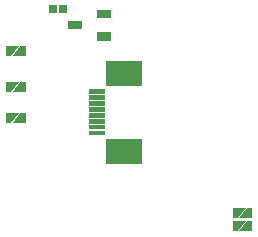
<source format=gbs>
G04 Layer: BottomSolderMaskLayer*
G04 EasyEDA v6.4.25, 2021-12-06T02:48:24+01:00*
G04 3d30912b60d9496eba34c91f18b07311,db93e8822c7348a7aec6f6efa12e507d,10*
G04 Gerber Generator version 0.2*
G04 Scale: 100 percent, Rotated: No, Reflected: No *
G04 Dimensions in millimeters *
G04 leading zeros omitted , absolute positions ,4 integer and 5 decimal *
%FSLAX45Y45*%
%MOMM*%

%ADD10C,0.0001*%

%LPD*%
G36*
X1060957Y-1153160D02*
G01*
X1060957Y-1113028D01*
X1195831Y-1113028D01*
X1195831Y-1153160D01*
G37*
G36*
X1060957Y-1203197D02*
G01*
X1060957Y-1163065D01*
X1195831Y-1163065D01*
X1195831Y-1203197D01*
G37*
G36*
X1060957Y-1252981D02*
G01*
X1060957Y-1213104D01*
X1195831Y-1213104D01*
X1195831Y-1252981D01*
G37*
G36*
X1060957Y-1303020D02*
G01*
X1060957Y-1263142D01*
X1195831Y-1263142D01*
X1195831Y-1303020D01*
G37*
G36*
X1060957Y-1353057D02*
G01*
X1060957Y-1313179D01*
X1195831Y-1313179D01*
X1195831Y-1353057D01*
G37*
G36*
X1060957Y-1403095D02*
G01*
X1060957Y-1363218D01*
X1195831Y-1363218D01*
X1195831Y-1403095D01*
G37*
G36*
X1060957Y-1453134D02*
G01*
X1060957Y-1413002D01*
X1195831Y-1413002D01*
X1195831Y-1453134D01*
G37*
G36*
X1060957Y-1503171D02*
G01*
X1060957Y-1463039D01*
X1195831Y-1463039D01*
X1195831Y-1503171D01*
G37*
G36*
X1205737Y-1084071D02*
G01*
X1205737Y-874013D01*
X1515871Y-874013D01*
X1515871Y-1084071D01*
G37*
G36*
X1205737Y-1742186D02*
G01*
X1205737Y-1532128D01*
X1515871Y-1532128D01*
X1515871Y-1742186D01*
G37*
G36*
X1131823Y-511555D02*
G01*
X1131823Y-441452D01*
X1248918Y-441452D01*
X1248918Y-511555D01*
G37*
G36*
X1131823Y-701547D02*
G01*
X1131823Y-631444D01*
X1248918Y-631444D01*
X1248918Y-701547D01*
G37*
G36*
X884681Y-606552D02*
G01*
X884681Y-536447D01*
X1001776Y-536447D01*
X1001776Y-606552D01*
G37*
G36*
X723392Y-463804D02*
G01*
X723392Y-399795D01*
X790194Y-399795D01*
X790194Y-463804D01*
G37*
G36*
X810005Y-463804D02*
G01*
X810005Y-399795D01*
X876807Y-399795D01*
X876807Y-463804D01*
G37*
G36*
X416305Y-830071D02*
G01*
X481837Y-744728D01*
X527050Y-744728D01*
X527050Y-830071D01*
G37*
G36*
X362457Y-830071D02*
G01*
X362457Y-744728D01*
X473455Y-744728D01*
X407670Y-830071D01*
G37*
G36*
X416305Y-1134871D02*
G01*
X481837Y-1049528D01*
X527050Y-1049528D01*
X527050Y-1134871D01*
G37*
G36*
X362457Y-1134871D02*
G01*
X362457Y-1049528D01*
X473455Y-1049528D01*
X407670Y-1134871D01*
G37*
G36*
X2334006Y-2315971D02*
G01*
X2399538Y-2230628D01*
X2444750Y-2230628D01*
X2444750Y-2315971D01*
G37*
G36*
X2280158Y-2315971D02*
G01*
X2280158Y-2230628D01*
X2391156Y-2230628D01*
X2325370Y-2315971D01*
G37*
G36*
X2334006Y-2201671D02*
G01*
X2399538Y-2116328D01*
X2444750Y-2116328D01*
X2444750Y-2201671D01*
G37*
G36*
X2280158Y-2201671D02*
G01*
X2280158Y-2116328D01*
X2391156Y-2116328D01*
X2325370Y-2201671D01*
G37*
G36*
X416305Y-1401571D02*
G01*
X481837Y-1316228D01*
X527050Y-1316228D01*
X527050Y-1401571D01*
G37*
G36*
X362457Y-1401571D02*
G01*
X362457Y-1316228D01*
X473455Y-1316228D01*
X407670Y-1401571D01*
G37*
M02*

</source>
